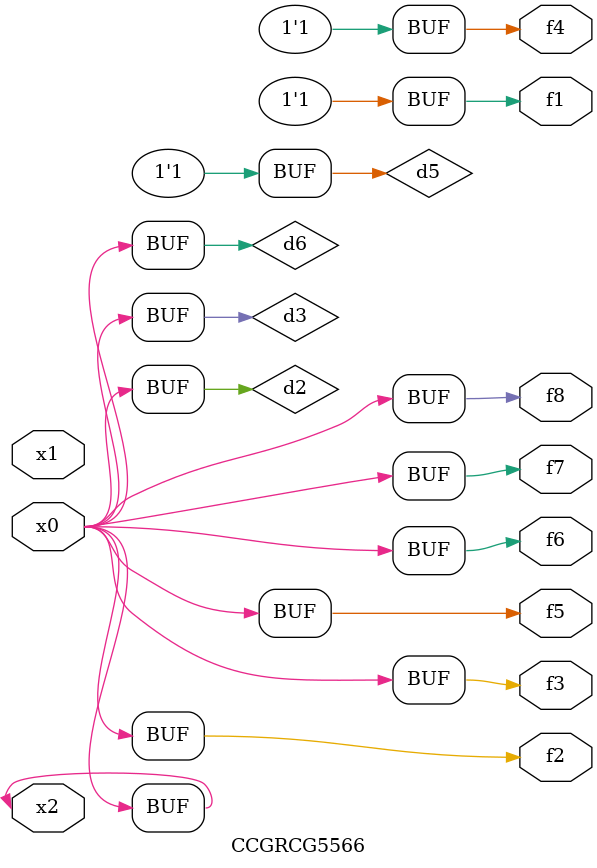
<source format=v>
module CCGRCG5566(
	input x0, x1, x2,
	output f1, f2, f3, f4, f5, f6, f7, f8
);

	wire d1, d2, d3, d4, d5, d6;

	xnor (d1, x2);
	buf (d2, x0, x2);
	and (d3, x0);
	xnor (d4, x1, x2);
	nand (d5, d1, d3);
	buf (d6, d2, d3);
	assign f1 = d5;
	assign f2 = d6;
	assign f3 = d6;
	assign f4 = d5;
	assign f5 = d6;
	assign f6 = d6;
	assign f7 = d6;
	assign f8 = d6;
endmodule

</source>
